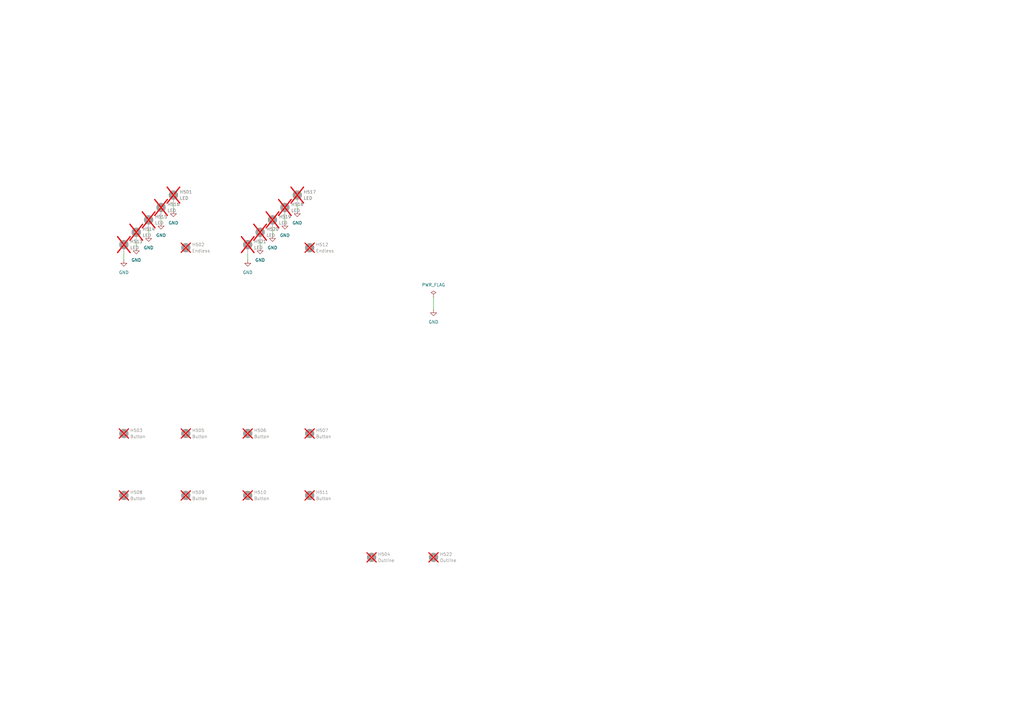
<source format=kicad_sch>
(kicad_sch (version 20250114) (generator "eeschema") (generator_version "9.0")
  (paper "A3")
  (lib_symbols
    (symbol "Mechanical:MountingHole" (pin_names (offset 1.016)) (exclude_from_sim yes) (in_bom no)
      (property "Reference" "H" (at 0 5.08 0))
      (property "Value" "MountingHole" (at 0 3.175 0))
      (symbol "MountingHole_0_1"
        (circle (center 0 0) (radius 1.27) (stroke (width 1.27)))
      )
    )
    (symbol "Mechanical:MountingHole_Pad" (pin_numbers (hide yes)) (pin_names (offset 1.016) (hide yes)) (in_bom no)
      (property "Reference" "H" (at 0 6.35 0))
      (property "Value" "MountingHole_Pad" (at 0 4.445 0))
      (symbol "MountingHole_Pad_0_1"
        (circle (center 0 1.27) (radius 1.27) (stroke (width 1.27)))
      )
      (symbol "MountingHole_Pad_1_1"
        (pin input line (at 0 -2.54 90) (length 2.54) (name "1") (number "1"))
      )
    )
    (symbol "power:GND" (power) (pin_numbers (hide yes)) (pin_names (offset 0) (hide yes))
      (property "Value" "GND" (at 0 -3.81 0))
      (symbol "GND_0_1"
        (polyline (pts (xy 0 0) (xy 0 -1.27) (xy 1.27 -1.27) (xy 0 -2.54) (xy -1.27 -1.27) (xy 0 -1.27)))
      )
      (symbol "GND_1_1"
        (pin power_in line (at 0 0 270) (length 0) (name "~") (number "1"))
      )
    )
    (symbol "power:PWR_FLAG" (power) (pin_numbers (hide yes)) (pin_names (offset 0) (hide yes))
      (property "Value" "PWR_FLAG" (at 0 3.81 0))
      (symbol "PWR_FLAG_0_0"
        (pin power_out line (at 0 0 90) (length 0) (name "~") (number "1"))
      )
      (symbol "PWR_FLAG_0_1"
        (polyline (pts (xy 0 0) (xy 0 1.27) (xy -1.016 1.905) (xy 0 2.54) (xy 1.016 1.905) (xy 0 1.27)))
      )
    )
  )
  (wire (pts (xy 71.12 83.82) (xy 71.12 86.36)))
  (wire (pts (xy 101.6 104.14) (xy 101.6 106.68)))
  (wire (pts (xy 66.04 88.9) (xy 66.04 91.44)))
  (wire (pts (xy 177.8 121.92) (xy 177.8 127)))
  (wire (pts (xy 111.76 93.98) (xy 111.76 96.52)))
  (wire (pts (xy 106.68 99.06) (xy 106.68 101.6)))
  (wire (pts (xy 55.88 99.06) (xy 55.88 101.6)))
  (wire (pts (xy 121.92 83.82) (xy 121.92 86.36)))
  (wire (pts (xy 116.84 88.9) (xy 116.84 91.44)))
  (wire (pts (xy 60.96 93.98) (xy 60.96 96.52)))
  (wire (pts (xy 50.8 104.14) (xy 50.8 106.68)))
  (symbol (lib_id "power:PWR_FLAG") (at 177.8 121.92 0) (unit 1)
    (property "Reference" "#FLG0501" (effects (hide yes)))
    (property "Value" "PWR_FLAG" (at 177.8 116.84 0))
    (property "Description" "Special symbol for telling ERC where power comes from" (effects (hide yes)))
  )
  (symbol (lib_id "Mechanical:MountingHole") (at 76.2 203.2 0) (unit 1) (exclude_from_sim yes) (in_bom no) (dnp yes)
    (property "Reference" "H509" (at 78.74 201.9299 0) (effects (justify left)))
    (property "Value" "Button" (at 78.74 204.4699 0) (effects (justify left)))
    (property "Footprint" "suku_basics:FP_BUTTON" (effects (hide yes)))
    (property "Description" "Mounting Hole without connection" (effects (hide yes)))
  )
  (symbol (lib_id "Mechanical:MountingHole_Pad") (at 101.6 101.6 0) (unit 1) (in_bom no) (dnp yes)
    (property "Reference" "H521" (at 104.14 99.0599 0) (effects (justify left)))
    (property "Value" "LED" (at 104.14 101.5999 0) (effects (justify left)))
    (property "Footprint" "suku_basics:FP_LED_TIGHT" (effects (hide yes)))
    (property "Description" "Mounting Hole with connection" (effects (hide yes)))
  )
  (symbol (lib_id "Mechanical:MountingHole_Pad") (at 106.68 96.52 0) (unit 1) (in_bom no) (dnp yes)
    (property "Reference" "H520" (at 109.22 93.9799 0) (effects (justify left)))
    (property "Value" "LED" (at 109.22 96.5199 0) (effects (justify left)))
    (property "Footprint" "suku_basics:FP_LED_TIGHT" (effects (hide yes)))
    (property "Description" "Mounting Hole with connection" (effects (hide yes)))
  )
  (symbol (lib_id "Mechanical:MountingHole_Pad") (at 116.84 86.36 0) (unit 1) (in_bom no) (dnp yes)
    (property "Reference" "H518" (at 119.38 83.8199 0) (effects (justify left)))
    (property "Value" "LED" (at 119.38 86.3599 0) (effects (justify left)))
    (property "Footprint" "suku_basics:FP_LED_TIGHT" (effects (hide yes)))
    (property "Description" "Mounting Hole with connection" (effects (hide yes)))
  )
  (symbol (lib_id "Mechanical:MountingHole") (at 76.2 177.8 0) (unit 1) (exclude_from_sim yes) (in_bom no) (dnp yes)
    (property "Reference" "H505" (at 78.74 176.5299 0) (effects (justify left)))
    (property "Value" "Button" (at 78.74 179.0699 0) (effects (justify left)))
    (property "Footprint" "suku_basics:FP_BUTTON" (effects (hide yes)))
    (property "Description" "Mounting Hole without connection" (effects (hide yes)))
  )
  (symbol (lib_id "Mechanical:MountingHole_Pad") (at 55.88 96.52 0) (unit 1) (in_bom no) (dnp yes)
    (property "Reference" "H514" (at 58.42 93.9799 0) (effects (justify left)))
    (property "Value" "LED" (at 58.42 96.5199 0) (effects (justify left)))
    (property "Footprint" "suku_basics:FP_LED_TIGHT" (effects (hide yes)))
    (property "Description" "Mounting Hole with connection" (effects (hide yes)))
  )
  (symbol (lib_id "power:GND") (at 55.88 101.6 0) (unit 1)
    (property "Reference" "#PWR0503" (effects (hide yes)))
    (property "Value" "GND" (at 55.88 106.68 0))
    (property "Description" "Power symbol creates a global label with name \"GND\" , ground" (effects (hide yes)))
  )
  (symbol (lib_id "Mechanical:MountingHole_Pad") (at 66.04 86.36 0) (unit 1) (in_bom no) (dnp yes)
    (property "Reference" "H516" (at 68.58 83.8199 0) (effects (justify left)))
    (property "Value" "LED" (at 68.58 86.3599 0) (effects (justify left)))
    (property "Footprint" "suku_basics:FP_LED_TIGHT" (effects (hide yes)))
    (property "Description" "Mounting Hole with connection" (effects (hide yes)))
  )
  (symbol (lib_id "Mechanical:MountingHole_Pad") (at 111.76 91.44 0) (unit 1) (in_bom no) (dnp yes)
    (property "Reference" "H519" (at 114.3 88.8999 0) (effects (justify left)))
    (property "Value" "LED" (at 114.3 91.4399 0) (effects (justify left)))
    (property "Footprint" "suku_basics:FP_LED_TIGHT" (effects (hide yes)))
    (property "Description" "Mounting Hole with connection" (effects (hide yes)))
  )
  (symbol (lib_id "Mechanical:MountingHole") (at 76.2 101.6 0) (unit 1) (exclude_from_sim yes) (in_bom no) (dnp yes)
    (property "Reference" "H502" (at 78.74 100.3299 0) (effects (justify left)))
    (property "Value" "Endless" (at 78.74 102.8699 0) (effects (justify left)))
    (property "Footprint" "suku_basics:FP_ENDLESS" (effects (hide yes)))
    (property "Description" "Mounting Hole without connection" (effects (hide yes)))
  )
  (symbol (lib_id "Mechanical:MountingHole") (at 152.4 228.6 0) (unit 1) (exclude_from_sim yes) (in_bom no) (dnp yes)
    (property "Reference" "H504" (at 154.94 227.3299 0) (effects (justify left)))
    (property "Value" "Outline" (at 154.94 229.8699 0) (effects (justify left)))
    (property "Footprint" "suku_basics:FP_OUTLINE_2" (effects (hide yes)))
    (property "Description" "Mounting Hole without connection" (effects (hide yes)))
  )
  (symbol (lib_id "power:GND") (at 111.76 96.52 0) (unit 1)
    (property "Reference" "#PWR0509" (effects (hide yes)))
    (property "Value" "GND" (at 111.76 101.6 0))
    (property "Description" "Power symbol creates a global label with name \"GND\" , ground" (effects (hide yes)))
  )
  (symbol (lib_id "power:GND") (at 60.96 96.52 0) (unit 1)
    (property "Reference" "#PWR0504" (effects (hide yes)))
    (property "Value" "GND" (at 60.96 101.6 0))
    (property "Description" "Power symbol creates a global label with name \"GND\" , ground" (effects (hide yes)))
  )
  (symbol (lib_id "power:GND") (at 121.92 86.36 0) (unit 1)
    (property "Reference" "#PWR0511" (effects (hide yes)))
    (property "Value" "GND" (at 121.92 91.44 0))
    (property "Description" "Power symbol creates a global label with name \"GND\" , ground" (effects (hide yes)))
  )
  (symbol (lib_id "Mechanical:MountingHole") (at 50.8 203.2 0) (unit 1) (exclude_from_sim yes) (in_bom no) (dnp yes)
    (property "Reference" "H508" (at 53.34 201.9299 0) (effects (justify left)))
    (property "Value" "Button" (at 53.34 204.4699 0) (effects (justify left)))
    (property "Footprint" "suku_basics:FP_BUTTON" (effects (hide yes)))
    (property "Description" "Mounting Hole without connection" (effects (hide yes)))
  )
  (symbol (lib_id "Mechanical:MountingHole") (at 101.6 203.2 0) (unit 1) (exclude_from_sim yes) (in_bom no) (dnp yes)
    (property "Reference" "H510" (at 104.14 201.9299 0) (effects (justify left)))
    (property "Value" "Button" (at 104.14 204.4699 0) (effects (justify left)))
    (property "Footprint" "suku_basics:FP_BUTTON" (effects (hide yes)))
    (property "Description" "Mounting Hole without connection" (effects (hide yes)))
  )
  (symbol (lib_id "Mechanical:MountingHole") (at 127 203.2 0) (unit 1) (exclude_from_sim yes) (in_bom no) (dnp yes)
    (property "Reference" "H511" (at 129.54 201.9299 0) (effects (justify left)))
    (property "Value" "Button" (at 129.54 204.4699 0) (effects (justify left)))
    (property "Footprint" "suku_basics:FP_BUTTON" (effects (hide yes)))
    (property "Description" "Mounting Hole without connection" (effects (hide yes)))
  )
  (symbol (lib_id "Mechanical:MountingHole") (at 127 177.8 0) (unit 1) (exclude_from_sim yes) (in_bom no) (dnp yes)
    (property "Reference" "H507" (at 129.54 176.5299 0) (effects (justify left)))
    (property "Value" "Button" (at 129.54 179.0699 0) (effects (justify left)))
    (property "Footprint" "suku_basics:FP_BUTTON" (effects (hide yes)))
    (property "Description" "Mounting Hole without connection" (effects (hide yes)))
  )
  (symbol (lib_id "power:GND") (at 101.6 106.68 0) (unit 1)
    (property "Reference" "#PWR0507" (effects (hide yes)))
    (property "Value" "GND" (at 101.6 111.76 0))
    (property "Description" "Power symbol creates a global label with name \"GND\" , ground" (effects (hide yes)))
  )
  (symbol (lib_id "Mechanical:MountingHole") (at 127 101.6 0) (unit 1) (exclude_from_sim yes) (in_bom no) (dnp yes)
    (property "Reference" "H512" (at 129.54 100.3299 0) (effects (justify left)))
    (property "Value" "Endless" (at 129.54 102.8699 0) (effects (justify left)))
    (property "Footprint" "suku_basics:FP_ENDLESS" (effects (hide yes)))
    (property "Description" "Mounting Hole without connection" (effects (hide yes)))
  )
  (symbol (lib_id "power:GND") (at 66.04 91.44 0) (unit 1)
    (property "Reference" "#PWR0505" (effects (hide yes)))
    (property "Value" "GND" (at 66.04 96.52 0))
    (property "Description" "Power symbol creates a global label with name \"GND\" , ground" (effects (hide yes)))
  )
  (symbol (lib_id "Mechanical:MountingHole_Pad") (at 50.8 101.6 0) (unit 1) (in_bom no) (dnp yes)
    (property "Reference" "H513" (at 53.34 99.0599 0) (effects (justify left)))
    (property "Value" "LED" (at 53.34 101.5999 0) (effects (justify left)))
    (property "Footprint" "suku_basics:FP_LED_TIGHT" (effects (hide yes)))
    (property "Description" "Mounting Hole with connection" (effects (hide yes)))
  )
  (symbol (lib_id "power:GND") (at 50.8 106.68 0) (unit 1)
    (property "Reference" "#PWR0502" (effects (hide yes)))
    (property "Value" "GND" (at 50.8 111.76 0))
    (property "Description" "Power symbol creates a global label with name \"GND\" , ground" (effects (hide yes)))
  )
  (symbol (lib_id "power:GND") (at 71.12 86.36 0) (unit 1)
    (property "Reference" "#PWR0506" (effects (hide yes)))
    (property "Value" "GND" (at 71.12 91.44 0))
    (property "Description" "Power symbol creates a global label with name \"GND\" , ground" (effects (hide yes)))
  )
  (symbol (lib_id "power:GND") (at 177.8 127 0) (unit 1)
    (property "Reference" "#PWR0501" (effects (hide yes)))
    (property "Value" "GND" (at 177.8 132.08 0))
    (property "Description" "Power symbol creates a global label with name \"GND\" , ground" (effects (hide yes)))
  )
  (symbol (lib_id "Mechanical:MountingHole_Pad") (at 60.96 91.44 0) (unit 1) (in_bom no) (dnp yes)
    (property "Reference" "H515" (at 63.5 88.8999 0) (effects (justify left)))
    (property "Value" "LED" (at 63.5 91.4399 0) (effects (justify left)))
    (property "Footprint" "suku_basics:FP_LED_TIGHT" (effects (hide yes)))
    (property "Description" "Mounting Hole with connection" (effects (hide yes)))
  )
  (symbol (lib_id "Mechanical:MountingHole") (at 177.8 228.6 0) (unit 1) (exclude_from_sim yes) (in_bom no) (dnp yes)
    (property "Reference" "H522" (at 180.34 227.3299 0) (effects (justify left)))
    (property "Value" "Outline" (at 180.34 229.8699 0) (effects (justify left)))
    (property "Footprint" "suku_basics:OSHWA" (effects (hide yes)))
    (property "Description" "Mounting Hole without connection" (effects (hide yes)))
  )
  (symbol (lib_id "Mechanical:MountingHole_Pad") (at 121.92 81.28 0) (unit 1) (in_bom no) (dnp yes)
    (property "Reference" "H517" (at 124.46 78.7399 0) (effects (justify left)))
    (property "Value" "LED" (at 124.46 81.2799 0) (effects (justify left)))
    (property "Footprint" "suku_basics:FP_LED_TIGHT" (effects (hide yes)))
    (property "Description" "Mounting Hole with connection" (effects (hide yes)))
  )
  (symbol (lib_id "Mechanical:MountingHole") (at 50.8 177.8 0) (unit 1) (exclude_from_sim yes) (in_bom no) (dnp yes)
    (property "Reference" "H503" (at 53.34 176.5299 0) (effects (justify left)))
    (property "Value" "Button" (at 53.34 179.0699 0) (effects (justify left)))
    (property "Footprint" "suku_basics:FP_BUTTON" (effects (hide yes)))
    (property "Description" "Mounting Hole without connection" (effects (hide yes)))
  )
  (symbol (lib_id "power:GND") (at 106.68 101.6 0) (unit 1)
    (property "Reference" "#PWR0508" (effects (hide yes)))
    (property "Value" "GND" (at 106.68 106.68 0))
    (property "Description" "Power symbol creates a global label with name \"GND\" , ground" (effects (hide yes)))
  )
  (symbol (lib_id "power:GND") (at 116.84 91.44 0) (unit 1)
    (property "Reference" "#PWR0510" (effects (hide yes)))
    (property "Value" "GND" (at 116.84 96.52 0))
    (property "Description" "Power symbol creates a global label with name \"GND\" , ground" (effects (hide yes)))
  )
  (symbol (lib_id "Mechanical:MountingHole_Pad") (at 71.12 81.28 0) (unit 1) (in_bom no) (dnp yes)
    (property "Reference" "H501" (at 73.66 78.7399 0) (effects (justify left)))
    (property "Value" "LED" (at 73.66 81.2799 0) (effects (justify left)))
    (property "Footprint" "suku_basics:FP_LED_TIGHT" (effects (hide yes)))
    (property "Description" "Mounting Hole with connection" (effects (hide yes)))
  )
  (symbol (lib_id "Mechanical:MountingHole") (at 101.6 177.8 0) (unit 1) (exclude_from_sim yes) (in_bom no) (dnp yes)
    (property "Reference" "H506" (at 104.14 176.5299 0) (effects (justify left)))
    (property "Value" "Button" (at 104.14 179.0699 0) (effects (justify left)))
    (property "Footprint" "suku_basics:FP_BUTTON" (effects (hide yes)))
    (property "Description" "Mounting Hole without connection" (effects (hide yes)))
  )
)
</source>
